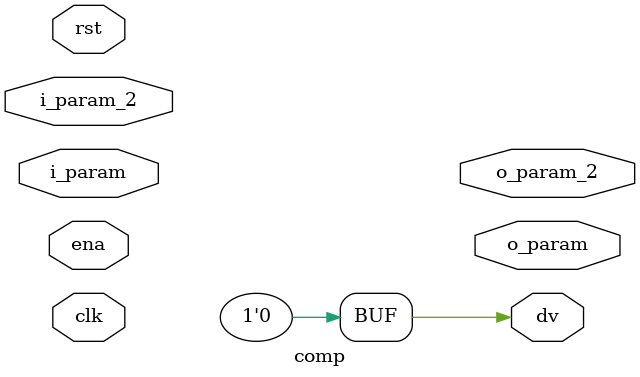
<source format=v>
module comp#(
           // parameter
           parameter p_size = 12
       )(
           // input
           input clk,
           input rst,
           input [p_size - 1 : 0] i_param,
           input [p_size - 1 : 0] i_param_2,
           input ena,
           // output 
           output reg [2*p_size - 1 : 0] o_param,
           output reg [2*p_size - 1 : 0] o_param_2,
           output reg dv = 0);

endmodule

</source>
